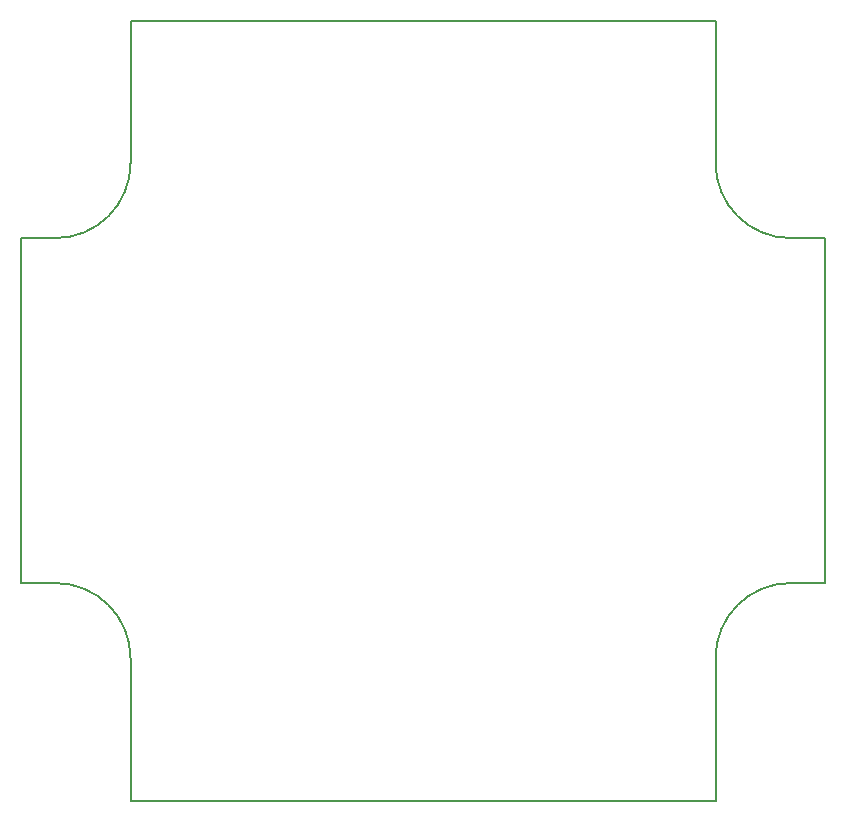
<source format=gbr>
G04 #@! TF.FileFunction,Profile,NP*
%FSLAX46Y46*%
G04 Gerber Fmt 4.6, Leading zero omitted, Abs format (unit mm)*
G04 Created by KiCad (PCBNEW 4.0.4-stable) date 01/20/17 21:30:08*
%MOMM*%
%LPD*%
G01*
G04 APERTURE LIST*
%ADD10C,0.100000*%
%ADD11C,0.150000*%
G04 APERTURE END LIST*
D10*
D11*
X158115000Y-116205000D02*
X161036000Y-116205000D01*
X151765000Y-134620000D02*
X151765000Y-122555000D01*
X158115000Y-116205000D02*
G75*
G03X151765000Y-122555000I0J-6350000D01*
G01*
X92964000Y-116205000D02*
X95885000Y-116205000D01*
X102235000Y-134620000D02*
X102235000Y-122555000D01*
X102235000Y-122555000D02*
G75*
G03X95885000Y-116205000I-6350000J0D01*
G01*
X161036000Y-86995000D02*
X158115000Y-86995000D01*
X151765000Y-80645000D02*
X151765000Y-68580000D01*
X158115000Y-86995000D02*
G75*
G02X151765000Y-80645000I0J6350000D01*
G01*
X161036000Y-86995000D02*
X161036000Y-116205000D01*
X102235000Y-134620000D02*
X151765000Y-134620000D01*
X102235000Y-80645000D02*
G75*
G02X95885000Y-86995000I-6350000J0D01*
G01*
X92964000Y-86995000D02*
X95885000Y-86995000D01*
X102235000Y-80645000D02*
X102235000Y-68580000D01*
X102235000Y-68580000D02*
X151765000Y-68580000D01*
X92964000Y-86995000D02*
X92964000Y-116205000D01*
M02*

</source>
